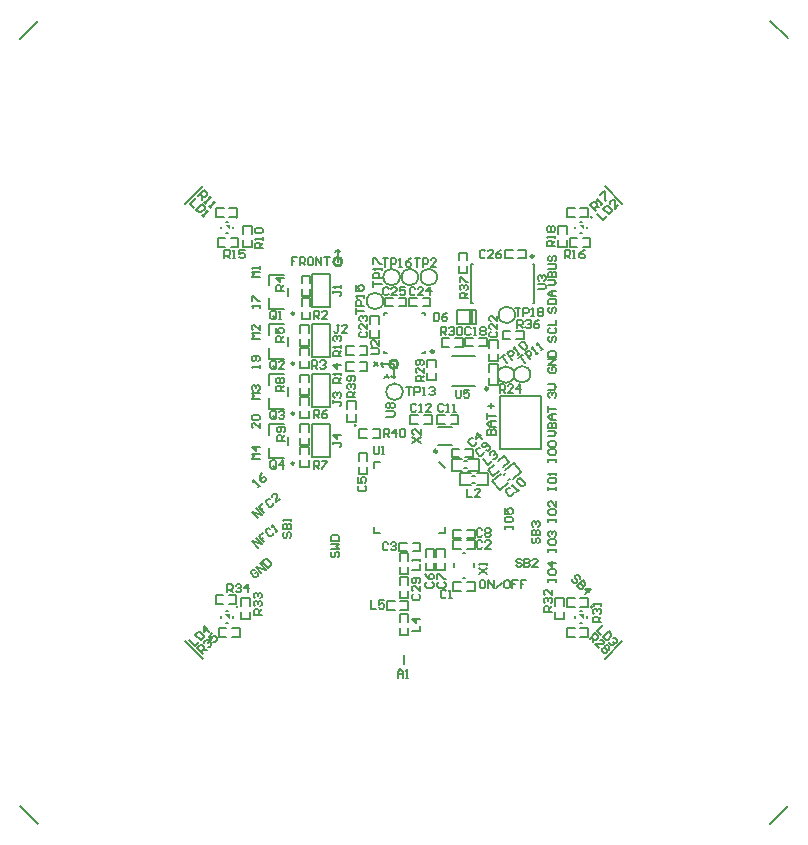
<source format=gto>
G04 Layer_Color=65535*
%FSLAX24Y24*%
%MOIN*%
G70*
G01*
G75*
%ADD10C,0.0060*%
%ADD42C,0.0100*%
%ADD71C,0.0098*%
%ADD72C,0.0059*%
%ADD73C,0.0079*%
%ADD74R,0.0106X0.0331*%
G36*
X11319Y-648D02*
X11163Y-492D01*
X11319D01*
Y-648D01*
D02*
G37*
G36*
X-492D02*
X-648Y-492D01*
X-492D01*
Y-648D01*
D02*
G37*
G36*
X11319Y12344D02*
X11163Y12500D01*
X11319D01*
Y12344D01*
D02*
G37*
G36*
X-492D02*
X-648Y12500D01*
X-492D01*
Y12344D01*
D02*
G37*
D10*
X-228Y12744D02*
G03*
X-228Y12744I-25J0D01*
G01*
X11583D02*
G03*
X11583Y12744I-25J0D01*
G01*
X-228Y-248D02*
G03*
X-228Y-248I-25J0D01*
G01*
X11583D02*
G03*
X11583Y-248I-25J0D01*
G01*
X7661Y1077D02*
Y1203D01*
X7291Y1565D02*
X7339D01*
X6969Y1077D02*
Y1203D01*
X7291Y715D02*
X7339D01*
X8100Y3819D02*
X8100Y4213D01*
X7175D02*
X7175Y3819D01*
X7736D02*
X8100D01*
X7175D02*
X7539D01*
X7736Y4213D02*
X8100D01*
X7175D02*
X7539D01*
X8105Y4327D02*
X8301Y4491D01*
X8451Y4618D02*
X8647Y4782D01*
X8282Y4116D02*
X8478Y4280D01*
X8629Y4407D02*
X8825Y4571D01*
X8647Y4782D02*
X8825Y4571D01*
X8105Y4327D02*
X8282Y4116D01*
X8259Y3948D02*
X8538Y4182D01*
X8689Y4309D02*
X8968Y4543D01*
X8512Y3646D02*
X8791Y3880D01*
X8942Y4007D02*
X9221Y4241D01*
X8968Y4543D02*
X9221Y4241D01*
X8259Y3948D02*
X8512Y3646D01*
X7362Y8445D02*
Y8720D01*
X8071Y8445D02*
Y8720D01*
X7815Y8445D02*
X8071D01*
X7362D02*
X7618D01*
X7815Y8720D02*
X8071D01*
X7362D02*
X7618D01*
X2264Y4750D02*
X2864D01*
Y5850D01*
X2264D02*
X2864D01*
X2264Y4750D02*
Y5850D01*
X9882Y5020D02*
Y5906D01*
X8504Y5020D02*
X9882D01*
X8504D02*
Y6791D01*
X9882D01*
Y5906D02*
Y6791D01*
X7136Y10876D02*
Y11122D01*
Y11319D02*
Y11565D01*
X7431Y10876D02*
Y11122D01*
Y11319D02*
Y11565D01*
X7136D02*
X7431D01*
X7136Y10876D02*
X7431D01*
X3829Y5679D02*
X4075D01*
X4272D02*
X4518D01*
X3829Y5384D02*
X4075D01*
X4272D02*
X4518D01*
Y5679D01*
X3829Y5384D02*
Y5679D01*
X3720Y6368D02*
Y6614D01*
Y5925D02*
Y6171D01*
X3425Y6368D02*
Y6614D01*
Y5925D02*
Y6171D01*
Y5925D02*
X3720D01*
X3425Y6614D02*
X3720D01*
X8616Y8968D02*
X8862D01*
X9058D02*
X9304D01*
X8616Y8672D02*
X8862D01*
X9058D02*
X9304D01*
Y8968D01*
X8616Y8672D02*
Y8968D01*
X-848Y-952D02*
X-602D01*
X-405D02*
X-159D01*
X-848Y-1248D02*
X-602D01*
X-405D02*
X-159D01*
Y-952D01*
X-848Y-1248D02*
Y-952D01*
X-964Y148D02*
X-718D01*
X-522D02*
X-276D01*
X-964Y-148D02*
X-718D01*
X-522D02*
X-276D01*
Y148D01*
X-964Y-148D02*
Y148D01*
X-128Y-644D02*
Y-398D01*
Y-202D02*
Y44D01*
X168Y-644D02*
Y-398D01*
Y-202D02*
Y44D01*
X-128D02*
X168D01*
X-128Y-644D02*
X168D01*
X10352D02*
Y-398D01*
Y-202D02*
Y44D01*
X10648Y-644D02*
Y-398D01*
Y-202D02*
Y44D01*
X10352D02*
X10648D01*
X10352Y-644D02*
X10648D01*
X10756Y48D02*
X11002D01*
X11198D02*
X11444D01*
X10756Y-248D02*
X11002D01*
X11198D02*
X11444D01*
Y48D01*
X10756Y-248D02*
Y48D01*
X7028Y8435D02*
X7274D01*
X6585D02*
X6831D01*
X7028Y8730D02*
X7274D01*
X6585D02*
X6831D01*
X6585Y8435D02*
Y8730D01*
X7274Y8435D02*
Y8730D01*
X6378Y7756D02*
Y8002D01*
Y7313D02*
Y7559D01*
X6083Y7756D02*
Y8002D01*
Y7313D02*
Y7559D01*
Y7313D02*
X6378D01*
X6083Y8002D02*
X6378D01*
X11198Y-1248D02*
X11444D01*
X10756D02*
X11002D01*
X11198Y-952D02*
X11444D01*
X10756D02*
X11002D01*
X10756Y-1248D02*
Y-952D01*
X11444Y-1248D02*
Y-952D01*
X8152Y7156D02*
Y7402D01*
Y7598D02*
Y7844D01*
X8448Y7156D02*
Y7402D01*
Y7598D02*
Y7844D01*
X8152D02*
X8448D01*
X8152Y7156D02*
X8448D01*
X10748Y12198D02*
Y12444D01*
Y11756D02*
Y12002D01*
X10452Y12198D02*
Y12444D01*
Y11756D02*
Y12002D01*
Y11756D02*
X10748D01*
X10452Y12444D02*
X10748D01*
X11198Y12752D02*
X11444D01*
X10756D02*
X11002D01*
X11198Y13048D02*
X11444D01*
X10756D02*
X11002D01*
X10756Y12752D02*
Y13048D01*
X11444Y12752D02*
Y13048D01*
X11278Y11752D02*
X11524D01*
X10836D02*
X11082D01*
X11278Y12048D02*
X11524D01*
X10836D02*
X11082D01*
X10836Y11752D02*
Y12048D01*
X11524Y11752D02*
Y12048D01*
X-894D02*
X-648D01*
X-452D02*
X-206D01*
X-894Y11752D02*
X-648D01*
X-452D02*
X-206D01*
Y12048D01*
X-894Y11752D02*
Y12048D01*
X3396Y7904D02*
X3642D01*
X3839D02*
X4085D01*
X3396Y7608D02*
X3642D01*
X3839D02*
X4085D01*
Y7904D01*
X3396Y7608D02*
Y7904D01*
Y8455D02*
X3642D01*
X3839D02*
X4085D01*
X3396Y8159D02*
X3642D01*
X3839D02*
X4085D01*
Y8455D01*
X3396Y8159D02*
Y8455D01*
X-944Y13048D02*
X-698D01*
X-502D02*
X-256D01*
X-944Y12752D02*
X-698D01*
X-502D02*
X-256D01*
Y13048D01*
X-944Y12752D02*
Y13048D01*
X248Y12198D02*
Y12444D01*
Y11756D02*
Y12002D01*
X-48Y12198D02*
Y12444D01*
Y11756D02*
Y12002D01*
Y11756D02*
X248D01*
X-48Y12444D02*
X248D01*
X1852Y5156D02*
Y5402D01*
Y5598D02*
Y5844D01*
X2148Y5156D02*
Y5402D01*
Y5598D02*
Y5844D01*
X1852D02*
X2148D01*
X1852Y5156D02*
X2148D01*
X1852Y6806D02*
Y7052D01*
Y7248D02*
Y7494D01*
X2148Y6806D02*
Y7052D01*
Y7248D02*
Y7494D01*
X1852D02*
X2148D01*
X1852Y6806D02*
X2148D01*
Y4848D02*
Y5094D01*
Y4406D02*
Y4652D01*
X1852Y4848D02*
Y5094D01*
Y4406D02*
Y4652D01*
Y4406D02*
X2148D01*
X1852Y5094D02*
X2148D01*
Y6498D02*
Y6744D01*
Y6056D02*
Y6302D01*
X1852Y6498D02*
Y6744D01*
Y6056D02*
Y6302D01*
Y6056D02*
X2148D01*
X1852Y6744D02*
X2148D01*
X1852Y8456D02*
Y8702D01*
Y8898D02*
Y9144D01*
X2148Y8456D02*
Y8702D01*
Y8898D02*
Y9144D01*
X1852D02*
X2148D01*
X1852Y8456D02*
X2148D01*
X1902Y10106D02*
Y10352D01*
Y10548D02*
Y10794D01*
X2198Y10106D02*
Y10352D01*
Y10548D02*
Y10794D01*
X1902D02*
X2198D01*
X1902Y10106D02*
X2198D01*
X2148Y8148D02*
Y8394D01*
Y7706D02*
Y7952D01*
X1852Y8148D02*
Y8394D01*
Y7706D02*
Y7952D01*
Y7706D02*
X2148D01*
X1852Y8394D02*
X2148D01*
X2198Y9798D02*
Y10044D01*
Y9356D02*
Y9602D01*
X1902Y9798D02*
Y10044D01*
Y9356D02*
Y9602D01*
Y9356D02*
X2198D01*
X1902Y10044D02*
X2198D01*
X2264Y6417D02*
X2864D01*
Y7517D01*
X2264D02*
X2864D01*
X2264Y6417D02*
Y7517D01*
Y8083D02*
X2864D01*
Y9183D01*
X2264D02*
X2864D01*
X2264Y8083D02*
Y9183D01*
Y9750D02*
X2864D01*
Y10850D01*
X2264D02*
X2864D01*
X2264Y9750D02*
Y10850D01*
X-7480Y-6890D02*
X-6890Y-7480D01*
X-7480Y18701D02*
X-6890Y19291D01*
X-7480Y18701D02*
Y18701D01*
X17520Y-7480D02*
X18110Y-6890D01*
X17520Y19291D02*
X18101Y18710D01*
X18110D01*
X12008Y13780D02*
X12598Y13189D01*
X-1969Y13189D02*
X-1378Y13780D01*
X-1969Y13189D02*
Y13189D01*
Y-1378D02*
X-1378Y-1969D01*
X12008D02*
X12598Y-1378D01*
X4970Y7372D02*
Y7844D01*
X4892Y7451D02*
X4970Y7372D01*
X5049Y7451D01*
X4537Y7844D02*
X4616Y7766D01*
X4537Y7844D02*
X4616Y7923D01*
X4537Y7844D02*
X4970D01*
X4321Y7904D02*
X4439Y7785D01*
X4321D02*
X4439Y7904D01*
X4734Y7451D02*
X4813Y7372D01*
X4734Y7451D02*
Y7451D01*
X4656Y7372D02*
X4734Y7451D01*
Y7530D01*
X3110Y11654D02*
X3189Y11575D01*
X3110Y11260D02*
Y11535D01*
Y11654D01*
X3031Y11575D02*
X3110Y11654D01*
X6961Y302D02*
Y578D01*
X7669Y302D02*
Y578D01*
X7413Y302D02*
X7669D01*
X6961D02*
X7217D01*
X7413Y578D02*
X7669D01*
X6961D02*
X7217D01*
X7669Y1702D02*
Y1978D01*
X6961Y1702D02*
Y1978D01*
X7217D01*
X7413D02*
X7669D01*
X6961Y1702D02*
X7217D01*
X7413D02*
X7669D01*
X5151Y1622D02*
Y1898D01*
X5859Y1622D02*
Y1898D01*
X5603Y1622D02*
X5859D01*
X5151D02*
X5407D01*
X5603Y1898D02*
X5859D01*
X5151D02*
X5407D01*
X7608Y4754D02*
Y5030D01*
X6900Y4754D02*
Y5030D01*
X7155D01*
X7352D02*
X7608D01*
X6900Y4754D02*
X7155D01*
X7352D02*
X7608D01*
X3799Y4882D02*
X4075D01*
X3799Y4173D02*
X4075D01*
X3799D02*
Y4429D01*
Y4626D02*
Y4882D01*
X4075Y4173D02*
Y4429D01*
Y4626D02*
Y4882D01*
X6047Y1684D02*
X6323D01*
X6047Y976D02*
X6323D01*
X6047D02*
Y1232D01*
Y1428D02*
Y1684D01*
X6323Y976D02*
Y1232D01*
Y1428D02*
Y1684D01*
X6397Y976D02*
X6673D01*
X6397Y1684D02*
X6673D01*
Y1428D02*
Y1684D01*
Y976D02*
Y1232D01*
X6397Y1428D02*
Y1684D01*
Y976D02*
Y1232D01*
X7669Y2052D02*
Y2328D01*
X6961Y2052D02*
Y2328D01*
X7217D01*
X7413D02*
X7669D01*
X6961Y2052D02*
X7217D01*
X7413D02*
X7669D01*
X7461Y4291D02*
X7825D01*
X6900D02*
X7264D01*
X7461Y4685D02*
X7825D01*
X6900D02*
X7264D01*
X6900Y4291D02*
Y4685D01*
X7825Y4291D02*
Y4685D01*
X6417Y5866D02*
Y6142D01*
X7126Y5866D02*
Y6142D01*
X6870Y5866D02*
X7126D01*
X6417D02*
X6673D01*
X6870Y6142D02*
X7126D01*
X6417D02*
X6673D01*
X6240Y5866D02*
Y6142D01*
X5531Y5866D02*
Y6142D01*
X5787D01*
X5984D02*
X6240D01*
X5531Y5866D02*
X5787D01*
X5984D02*
X6240D01*
X8162Y7936D02*
X8438D01*
X8162Y8644D02*
X8438D01*
Y8388D02*
Y8644D01*
Y7936D02*
Y8192D01*
X8162Y8388D02*
Y8644D01*
Y7936D02*
Y8192D01*
X4193Y9439D02*
X4469D01*
X4193Y8730D02*
X4469D01*
X4193D02*
Y8986D01*
Y9183D02*
Y9439D01*
X4469Y8730D02*
Y8986D01*
Y9183D02*
Y9439D01*
X6196Y9783D02*
Y10059D01*
X5487Y9783D02*
Y10059D01*
X5743D01*
X5940D02*
X6196D01*
X5487Y9783D02*
X5743D01*
X5940D02*
X6196D01*
X5394Y9783D02*
Y10059D01*
X4685Y9783D02*
Y10059D01*
X4941D01*
X5138D02*
X5394D01*
X4685Y9783D02*
X4941D01*
X5138D02*
X5394D01*
X8676Y11382D02*
Y11658D01*
X9384Y11382D02*
Y11658D01*
X9128Y11382D02*
X9384D01*
X8676D02*
X8932D01*
X9128Y11658D02*
X9384D01*
X8676D02*
X8932D01*
X5167Y46D02*
X5443D01*
X5167Y754D02*
X5443D01*
Y498D02*
Y754D01*
Y46D02*
Y302D01*
X5167Y498D02*
Y754D01*
Y46D02*
Y302D01*
Y846D02*
Y1102D01*
Y1298D02*
Y1554D01*
X5443Y846D02*
Y1102D01*
Y1298D02*
Y1554D01*
X5167D02*
X5443D01*
X5167Y846D02*
X5443D01*
X5167Y-1194D02*
Y-938D01*
Y-741D02*
Y-485D01*
X5443Y-1194D02*
Y-938D01*
Y-741D02*
Y-485D01*
X5167D02*
X5443D01*
X5167Y-1194D02*
X5443D01*
X5198Y-338D02*
X5454D01*
X4746D02*
X5002D01*
X5198Y-62D02*
X5454D01*
X4746D02*
X5002D01*
X4746Y-338D02*
Y-62D01*
X5454Y-338D02*
Y-62D01*
X7047Y7002D02*
Y6777D01*
X7092Y6732D01*
X7182D01*
X7227Y6777D01*
Y7002D01*
X7497D02*
X7317D01*
Y6867D01*
X7407Y6912D01*
X7452D01*
X7497Y6867D01*
Y6777D01*
X7452Y6732D01*
X7362D01*
X7317Y6777D01*
X9235Y1318D02*
X9190Y1363D01*
X9100D01*
X9055Y1318D01*
Y1273D01*
X9100Y1228D01*
X9190D01*
X9235Y1183D01*
Y1138D01*
X9190Y1093D01*
X9100D01*
X9055Y1138D01*
X9325Y1363D02*
Y1093D01*
X9460D01*
X9505Y1138D01*
Y1183D01*
X9460Y1228D01*
X9325D01*
X9460D01*
X9505Y1273D01*
Y1318D01*
X9460Y1363D01*
X9325D01*
X9775Y1093D02*
X9595D01*
X9775Y1273D01*
Y1318D01*
X9730Y1363D01*
X9640D01*
X9595Y1318D01*
X4218Y8189D02*
X4443D01*
X4488Y8234D01*
Y8324D01*
X4443Y8369D01*
X4218D01*
X4488Y8639D02*
Y8459D01*
X4308Y8639D01*
X4263D01*
X4218Y8594D01*
Y8504D01*
X4263Y8459D01*
X6299Y9561D02*
Y9291D01*
X6434D01*
X6479Y9336D01*
Y9516D01*
X6434Y9561D01*
X6299D01*
X6749D02*
X6659Y9516D01*
X6569Y9426D01*
Y9336D01*
X6614Y9291D01*
X6704D01*
X6749Y9336D01*
Y9381D01*
X6704Y9426D01*
X6569D01*
X2925Y1597D02*
X2880Y1552D01*
Y1462D01*
X2925Y1417D01*
X2970D01*
X3015Y1462D01*
Y1552D01*
X3060Y1597D01*
X3105D01*
X3150Y1552D01*
Y1462D01*
X3105Y1417D01*
X2880Y1687D02*
X3150D01*
X3060Y1777D01*
X3150Y1867D01*
X2880D01*
Y1957D02*
X3150D01*
Y2092D01*
X3105Y2137D01*
X2925D01*
X2880Y2092D01*
Y1957D01*
X4730Y6102D02*
X4955D01*
X5000Y6147D01*
Y6237D01*
X4955Y6282D01*
X4730D01*
X4775Y6372D02*
X4730Y6417D01*
Y6507D01*
X4775Y6552D01*
X4820D01*
X4865Y6507D01*
X4910Y6552D01*
X4955D01*
X5000Y6507D01*
Y6417D01*
X4955Y6372D01*
X4910D01*
X4865Y6417D01*
X4820Y6372D01*
X4775D01*
X4865Y6417D02*
Y6507D01*
X5100Y-2600D02*
Y-2420D01*
X5190Y-2330D01*
X5280Y-2420D01*
Y-2600D01*
Y-2465D01*
X5100D01*
X5370Y-2600D02*
X5460D01*
X5415D01*
Y-2330D01*
X5370Y-2375D01*
X5596Y5226D02*
X5866Y5406D01*
X5596D02*
X5866Y5226D01*
Y5676D02*
Y5496D01*
X5686Y5676D01*
X5641D01*
X5596Y5631D01*
Y5541D01*
X5641Y5496D01*
X4300Y5120D02*
Y4895D01*
X4345Y4850D01*
X4435D01*
X4480Y4895D01*
Y5120D01*
X4570Y4850D02*
X4660D01*
X4615D01*
Y5120D01*
X4570Y5075D01*
X7801Y866D02*
X8071Y1046D01*
X7801D02*
X8071Y866D01*
Y1136D02*
Y1226D01*
Y1181D01*
X7801D01*
X7846Y1136D01*
X7409Y3695D02*
Y3425D01*
X7589D01*
X7859D02*
X7679D01*
X7859Y3605D01*
Y3650D01*
X7814Y3695D01*
X7724D01*
X7679Y3650D01*
X7937Y4695D02*
X8110Y4488D01*
X8248Y4604D01*
X8172Y4834D02*
X8178Y4897D01*
X8247Y4955D01*
X8310Y4950D01*
X8339Y4915D01*
X8334Y4852D01*
X8299Y4823D01*
X8334Y4852D01*
X8397Y4846D01*
X8426Y4812D01*
X8420Y4748D01*
X8351Y4691D01*
X8288Y4696D01*
X8852Y3713D02*
X8788Y3719D01*
X8719Y3661D01*
X8714Y3598D01*
X8829Y3460D01*
X8893Y3454D01*
X8962Y3512D01*
X8967Y3575D01*
X9065Y3599D02*
X9134Y3657D01*
X9099Y3628D01*
X8926Y3834D01*
X8920Y3771D01*
X9093Y3916D02*
X9098Y3979D01*
X9167Y4037D01*
X9231Y4031D01*
X9346Y3893D01*
X9341Y3830D01*
X9272Y3772D01*
X9208Y3778D01*
X9093Y3916D01*
X-1620Y13380D02*
X-1811Y13189D01*
X-1684Y13062D01*
X-1429Y13189D02*
X-1620Y12998D01*
X-1525Y12903D01*
X-1461D01*
X-1334Y13030D01*
Y13094D01*
X-1429Y13189D01*
Y12807D02*
X-1366Y12744D01*
X-1398Y12775D01*
X-1207Y12966D01*
X-1270D01*
X7542Y9044D02*
X7497Y9089D01*
X7407D01*
X7362Y9044D01*
Y8864D01*
X7407Y8819D01*
X7497D01*
X7542Y8864D01*
X7632Y8819D02*
X7722D01*
X7677D01*
Y9089D01*
X7632Y9044D01*
X7857D02*
X7902Y9089D01*
X7992D01*
X8037Y9044D01*
Y8999D01*
X7992Y8954D01*
X8037Y8909D01*
Y8864D01*
X7992Y8819D01*
X7902D01*
X7857Y8864D01*
Y8909D01*
X7902Y8954D01*
X7857Y8999D01*
Y9044D01*
X7902Y8954D02*
X7992D01*
X1044Y4412D02*
Y4592D01*
X999Y4637D01*
X909D01*
X864Y4592D01*
Y4412D01*
X909Y4367D01*
X999D01*
X954Y4457D02*
X1044Y4367D01*
X999D02*
X1044Y4412D01*
X1269Y4367D02*
Y4637D01*
X1134Y4502D01*
X1314D01*
X9769Y10354D02*
X9994D01*
X10039Y10399D01*
Y10489D01*
X9994Y10534D01*
X9769D01*
X9814Y10624D02*
X9769Y10669D01*
Y10759D01*
X9814Y10804D01*
X9859D01*
X9904Y10759D01*
Y10714D01*
Y10759D01*
X9949Y10804D01*
X9994D01*
X10039Y10759D01*
Y10669D01*
X9994Y10624D01*
X2950Y5259D02*
Y5169D01*
Y5214D01*
X3175D01*
X3220Y5169D01*
Y5124D01*
X3175Y5079D01*
X3220Y5484D02*
X2950D01*
X3085Y5349D01*
Y5529D01*
X4297Y10433D02*
Y10613D01*
Y10523D01*
X4567D01*
Y10703D02*
X4297D01*
Y10838D01*
X4342Y10883D01*
X4432D01*
X4477Y10838D01*
Y10703D01*
X4567Y10973D02*
Y11063D01*
Y11018D01*
X4297D01*
X4342Y10973D01*
X4297Y11198D02*
Y11378D01*
X4342D01*
X4522Y11198D01*
X4567D01*
X8096Y5492D02*
X8366D01*
Y5627D01*
X8321Y5672D01*
X8276D01*
X8231Y5627D01*
Y5492D01*
Y5627D01*
X8186Y5672D01*
X8141D01*
X8096Y5627D01*
Y5492D01*
X8366Y5762D02*
X8186D01*
X8096Y5852D01*
X8186Y5942D01*
X8366D01*
X8231D01*
Y5762D01*
X8096Y6032D02*
Y6212D01*
Y6122D01*
X8366D01*
X7441Y10039D02*
X7171D01*
Y10174D01*
X7216Y10219D01*
X7306D01*
X7351Y10174D01*
Y10039D01*
Y10129D02*
X7441Y10219D01*
X7216Y10309D02*
X7171Y10354D01*
Y10444D01*
X7216Y10489D01*
X7261D01*
X7306Y10444D01*
Y10399D01*
Y10444D01*
X7351Y10489D01*
X7396D01*
X7441Y10444D01*
Y10354D01*
X7396Y10309D01*
X7171Y10579D02*
Y10759D01*
X7216D01*
X7396Y10579D01*
X7441D01*
X4606Y11372D02*
X4786D01*
X4696D01*
Y11102D01*
X4876D02*
Y11372D01*
X5011D01*
X5056Y11327D01*
Y11237D01*
X5011Y11192D01*
X4876D01*
X5146Y11102D02*
X5236D01*
X5191D01*
Y11372D01*
X5146Y11327D01*
X5551Y11372D02*
X5461Y11327D01*
X5371Y11237D01*
Y11147D01*
X5416Y11102D01*
X5506D01*
X5551Y11147D01*
Y11192D01*
X5506Y11237D01*
X5371D01*
X5669Y11372D02*
X5849D01*
X5759D01*
Y11102D01*
X5939D02*
Y11372D01*
X6074D01*
X6119Y11327D01*
Y11237D01*
X6074Y11192D01*
X5939D01*
X6389Y11102D02*
X6209D01*
X6389Y11282D01*
Y11327D01*
X6344Y11372D01*
X6254D01*
X6209Y11327D01*
X9016Y9719D02*
X9196D01*
X9106D01*
Y9449D01*
X9286D02*
Y9719D01*
X9421D01*
X9466Y9674D01*
Y9584D01*
X9421Y9539D01*
X9286D01*
X9556Y9449D02*
X9646D01*
X9601D01*
Y9719D01*
X9556Y9674D01*
X9780D02*
X9825Y9719D01*
X9915D01*
X9960Y9674D01*
Y9629D01*
X9915Y9584D01*
X9960Y9539D01*
Y9494D01*
X9915Y9449D01*
X9825D01*
X9780Y9494D01*
Y9539D01*
X9825Y9584D01*
X9780Y9629D01*
Y9674D01*
X9825Y9584D02*
X9915D01*
X9094Y9055D02*
Y9325D01*
X9229D01*
X9274Y9280D01*
Y9190D01*
X9229Y9145D01*
X9094D01*
X9184D02*
X9274Y9055D01*
X9364Y9280D02*
X9409Y9325D01*
X9499D01*
X9544Y9280D01*
Y9235D01*
X9499Y9190D01*
X9454D01*
X9499D01*
X9544Y9145D01*
Y9100D01*
X9499Y9055D01*
X9409D01*
X9364Y9100D01*
X9814Y9325D02*
X9724Y9280D01*
X9634Y9190D01*
Y9100D01*
X9679Y9055D01*
X9769D01*
X9814Y9100D01*
Y9145D01*
X9769Y9190D01*
X9634D01*
X3706Y9528D02*
Y9707D01*
Y9618D01*
X3976D01*
Y9797D02*
X3706D01*
Y9932D01*
X3751Y9977D01*
X3841D01*
X3886Y9932D01*
Y9797D01*
X3976Y10067D02*
Y10157D01*
Y10112D01*
X3706D01*
X3751Y10067D01*
X3706Y10472D02*
Y10292D01*
X3841D01*
X3796Y10382D01*
Y10427D01*
X3841Y10472D01*
X3931D01*
X3976Y10427D01*
Y10337D01*
X3931Y10292D01*
X5394Y7090D02*
X5574D01*
X5484D01*
Y6820D01*
X5664D02*
Y7090D01*
X5799D01*
X5844Y7045D01*
Y6955D01*
X5799Y6910D01*
X5664D01*
X5934Y6820D02*
X6023D01*
X5979D01*
Y7090D01*
X5934Y7045D01*
X6158D02*
X6203Y7090D01*
X6293D01*
X6338Y7045D01*
Y7000D01*
X6293Y6955D01*
X6248D01*
X6293D01*
X6338Y6910D01*
Y6865D01*
X6293Y6820D01*
X6203D01*
X6158Y6865D01*
X9125Y8052D02*
X9267Y8163D01*
X9196Y8107D01*
X9362Y7895D01*
X9504Y8006D02*
X9338Y8218D01*
X9444Y8301D01*
X9507Y8294D01*
X9563Y8223D01*
X9555Y8160D01*
X9449Y8076D01*
X9717Y8172D02*
X9787Y8227D01*
X9752Y8200D01*
X9586Y8412D01*
X9578Y8349D01*
X9894Y8310D02*
X9965Y8366D01*
X9929Y8338D01*
X9763Y8551D01*
X9755Y8488D01*
X8526Y8055D02*
X8670Y8163D01*
X8598Y8109D01*
X8761Y7894D01*
X8905Y8002D02*
X8742Y8217D01*
X8849Y8299D01*
X8912Y8290D01*
X8967Y8218D01*
X8958Y8155D01*
X8850Y8074D01*
X9120Y8165D02*
X9192Y8220D01*
X9156Y8192D01*
X8993Y8408D01*
X8984Y8345D01*
X9163Y8480D02*
X9172Y8543D01*
X9244Y8598D01*
X9307Y8589D01*
X9415Y8445D01*
X9407Y8382D01*
X9335Y8328D01*
X9272Y8337D01*
X9163Y8480D01*
X3228Y7205D02*
X2958D01*
Y7340D01*
X3003Y7385D01*
X3093D01*
X3138Y7340D01*
Y7205D01*
Y7295D02*
X3228Y7385D01*
Y7475D02*
Y7565D01*
Y7520D01*
X2958D01*
X3003Y7475D01*
X3228Y7835D02*
X2958D01*
X3093Y7700D01*
Y7880D01*
X3228Y8110D02*
X2958D01*
Y8245D01*
X3003Y8290D01*
X3093D01*
X3138Y8245D01*
Y8110D01*
Y8200D02*
X3228Y8290D01*
Y8380D02*
Y8470D01*
Y8425D01*
X2958D01*
X3003Y8380D01*
Y8605D02*
X2958Y8650D01*
Y8740D01*
X3003Y8785D01*
X3048D01*
X3093Y8740D01*
Y8695D01*
Y8740D01*
X3138Y8785D01*
X3183D01*
X3228Y8740D01*
Y8650D01*
X3183Y8605D01*
X2958Y6637D02*
Y6547D01*
Y6592D01*
X3183D01*
X3228Y6547D01*
Y6502D01*
X3183Y6457D01*
X3003Y6727D02*
X2958Y6772D01*
Y6862D01*
X3003Y6907D01*
X3048D01*
X3093Y6862D01*
Y6817D01*
Y6862D01*
X3138Y6907D01*
X3183D01*
X3228Y6862D01*
Y6772D01*
X3183Y6727D01*
X3160Y9168D02*
X3070D01*
X3115D01*
Y8943D01*
X3070Y8898D01*
X3025D01*
X2980Y8943D01*
X3430Y8898D02*
X3250D01*
X3430Y9078D01*
Y9123D01*
X3385Y9168D01*
X3295D01*
X3250Y9123D01*
X2958Y10298D02*
Y10208D01*
Y10253D01*
X3183D01*
X3228Y10208D01*
Y10163D01*
X3183Y10118D01*
X3228Y10388D02*
Y10478D01*
Y10433D01*
X2958D01*
X3003Y10388D01*
X1044Y6074D02*
Y6254D01*
X999Y6299D01*
X909D01*
X864Y6254D01*
Y6074D01*
X909Y6029D01*
X999D01*
X954Y6119D02*
X1044Y6029D01*
X999D02*
X1044Y6074D01*
X1134Y6254D02*
X1179Y6299D01*
X1269D01*
X1314Y6254D01*
Y6209D01*
X1269Y6164D01*
X1224D01*
X1269D01*
X1314Y6119D01*
Y6074D01*
X1269Y6029D01*
X1179D01*
X1134Y6074D01*
X1044Y7737D02*
Y7917D01*
X999Y7962D01*
X909D01*
X864Y7917D01*
Y7737D01*
X909Y7692D01*
X999D01*
X954Y7782D02*
X1044Y7692D01*
X999D02*
X1044Y7737D01*
X1314Y7692D02*
X1134D01*
X1314Y7872D01*
Y7917D01*
X1269Y7962D01*
X1179D01*
X1134Y7917D01*
X1044Y9399D02*
Y9579D01*
X999Y9624D01*
X909D01*
X864Y9579D01*
Y9399D01*
X909Y9354D01*
X999D01*
X954Y9444D02*
X1044Y9354D01*
X999D02*
X1044Y9399D01*
X1134Y9354D02*
X1224D01*
X1179D01*
Y9624D01*
X1134Y9579D01*
X8200Y8920D02*
X8155Y8875D01*
Y8785D01*
X8200Y8740D01*
X8380D01*
X8425Y8785D01*
Y8875D01*
X8380Y8920D01*
X8425Y9190D02*
Y9010D01*
X8245Y9190D01*
X8200D01*
X8155Y9145D01*
Y9055D01*
X8200Y9010D01*
X8425Y9460D02*
Y9280D01*
X8245Y9460D01*
X8200D01*
X8155Y9415D01*
Y9325D01*
X8200Y9280D01*
X11759Y12841D02*
X11950Y12650D01*
X12077Y12777D01*
X11950Y13032D02*
X12141Y12841D01*
X12236Y12936D01*
Y13000D01*
X12109Y13127D01*
X12045D01*
X11950Y13032D01*
X12459Y13159D02*
X12332Y13032D01*
Y13286D01*
X12300Y13318D01*
X12236D01*
X12173Y13254D01*
Y13191D01*
X2300Y9350D02*
Y9620D01*
X2435D01*
X2480Y9575D01*
Y9485D01*
X2435Y9440D01*
X2300D01*
X2390D02*
X2480Y9350D01*
X2750D02*
X2570D01*
X2750Y9530D01*
Y9575D01*
X2705Y9620D01*
X2615D01*
X2570Y9575D01*
X2250Y7700D02*
Y7970D01*
X2385D01*
X2430Y7925D01*
Y7835D01*
X2385Y7790D01*
X2250D01*
X2340D02*
X2430Y7700D01*
X2520Y7925D02*
X2565Y7970D01*
X2655D01*
X2700Y7925D01*
Y7880D01*
X2655Y7835D01*
X2610D01*
X2655D01*
X2700Y7790D01*
Y7745D01*
X2655Y7700D01*
X2565D01*
X2520Y7745D01*
X1309Y10300D02*
X1039D01*
Y10435D01*
X1084Y10480D01*
X1174D01*
X1219Y10435D01*
Y10300D01*
Y10390D02*
X1309Y10480D01*
Y10705D02*
X1039D01*
X1174Y10570D01*
Y10750D01*
X1309Y8600D02*
X1039D01*
Y8735D01*
X1084Y8780D01*
X1174D01*
X1219Y8735D01*
Y8600D01*
Y8690D02*
X1309Y8780D01*
X1039Y9050D02*
Y8870D01*
X1174D01*
X1129Y8960D01*
Y9005D01*
X1174Y9050D01*
X1264D01*
X1309Y9005D01*
Y8915D01*
X1264Y8870D01*
X2300Y6050D02*
Y6320D01*
X2435D01*
X2480Y6275D01*
Y6185D01*
X2435Y6140D01*
X2300D01*
X2390D02*
X2480Y6050D01*
X2750Y6320D02*
X2660Y6275D01*
X2570Y6185D01*
Y6095D01*
X2615Y6050D01*
X2705D01*
X2750Y6095D01*
Y6140D01*
X2705Y6185D01*
X2570D01*
X2300Y4350D02*
Y4620D01*
X2435D01*
X2480Y4575D01*
Y4485D01*
X2435Y4440D01*
X2300D01*
X2390D02*
X2480Y4350D01*
X2570Y4620D02*
X2750D01*
Y4575D01*
X2570Y4395D01*
Y4350D01*
X1316Y6950D02*
X1046D01*
Y7085D01*
X1091Y7130D01*
X1181D01*
X1226Y7085D01*
Y6950D01*
Y7040D02*
X1316Y7130D01*
X1091Y7220D02*
X1046Y7265D01*
Y7355D01*
X1091Y7400D01*
X1136D01*
X1181Y7355D01*
X1226Y7400D01*
X1271D01*
X1316Y7355D01*
Y7265D01*
X1271Y7220D01*
X1226D01*
X1181Y7265D01*
X1136Y7220D01*
X1091D01*
X1181Y7265D02*
Y7355D01*
X1350Y5300D02*
X1080D01*
Y5435D01*
X1125Y5480D01*
X1215D01*
X1260Y5435D01*
Y5300D01*
Y5390D02*
X1350Y5480D01*
X1305Y5570D02*
X1350Y5615D01*
Y5705D01*
X1305Y5750D01*
X1125D01*
X1080Y5705D01*
Y5615D01*
X1125Y5570D01*
X1170D01*
X1215Y5615D01*
Y5750D01*
X610Y11710D02*
X340D01*
Y11845D01*
X385Y11890D01*
X475D01*
X520Y11845D01*
Y11710D01*
Y11800D02*
X610Y11890D01*
Y11980D02*
Y12070D01*
Y12025D01*
X340D01*
X385Y11980D01*
Y12205D02*
X340Y12250D01*
Y12340D01*
X385Y12385D01*
X565D01*
X610Y12340D01*
Y12250D01*
X565Y12205D01*
X385D01*
X-1545Y13455D02*
X-1354Y13645D01*
X-1259Y13550D01*
X-1259Y13486D01*
X-1323Y13423D01*
X-1386Y13423D01*
X-1482Y13518D01*
X-1418Y13455D02*
X-1418Y13327D01*
X-1355Y13264D02*
X-1291Y13200D01*
X-1323Y13232D01*
X-1132Y13422D01*
X-1195Y13423D01*
X-1196Y13104D02*
X-1132Y13041D01*
X-1164Y13073D01*
X-973Y13263D01*
X-1037Y13263D01*
X-669Y11378D02*
Y11648D01*
X-534D01*
X-489Y11603D01*
Y11513D01*
X-534Y11468D01*
X-669D01*
X-579D02*
X-489Y11378D01*
X-399D02*
X-309D01*
X-354D01*
Y11648D01*
X-399Y11603D01*
X5Y11648D02*
X-174D01*
Y11513D01*
X-84Y11558D01*
X-39D01*
X5Y11513D01*
Y11423D01*
X-39Y11378D01*
X-129D01*
X-174Y11423D01*
X10669Y11378D02*
Y11648D01*
X10804D01*
X10849Y11603D01*
Y11513D01*
X10804Y11468D01*
X10669D01*
X10759D02*
X10849Y11378D01*
X10939D02*
X11029D01*
X10984D01*
Y11648D01*
X10939Y11603D01*
X11344Y11648D02*
X11254Y11603D01*
X11164Y11513D01*
Y11423D01*
X11209Y11378D01*
X11299D01*
X11344Y11423D01*
Y11468D01*
X11299Y11513D01*
X11164D01*
X11700Y12950D02*
X11509Y13141D01*
X11605Y13236D01*
X11668D01*
X11732Y13173D01*
X11732Y13109D01*
X11636Y13014D01*
X11700Y13077D02*
X11827D01*
X11891Y13141D02*
X11954Y13204D01*
X11923Y13173D01*
X11732Y13364D01*
X11732Y13300D01*
X11859Y13491D02*
X11986Y13618D01*
X12018Y13586D01*
Y13332D01*
X12050Y13300D01*
X10354Y11772D02*
X10084D01*
Y11907D01*
X10129Y11952D01*
X10219D01*
X10264Y11907D01*
Y11772D01*
Y11862D02*
X10354Y11952D01*
Y12042D02*
Y12132D01*
Y12087D01*
X10084D01*
X10129Y12042D01*
Y12266D02*
X10084Y12311D01*
Y12401D01*
X10129Y12446D01*
X10174D01*
X10219Y12401D01*
X10264Y12446D01*
X10309D01*
X10354Y12401D01*
Y12311D01*
X10309Y12266D01*
X10264D01*
X10219Y12311D01*
X10174Y12266D01*
X10129D01*
X10219Y12311D02*
Y12401D01*
X8510Y6900D02*
Y7170D01*
X8645D01*
X8690Y7125D01*
Y7035D01*
X8645Y6990D01*
X8510D01*
X8600D02*
X8690Y6900D01*
X8960D02*
X8780D01*
X8960Y7080D01*
Y7125D01*
X8915Y7170D01*
X8825D01*
X8780Y7125D01*
X9185Y6900D02*
Y7170D01*
X9050Y7035D01*
X9230D01*
X5975Y7280D02*
X5705D01*
Y7415D01*
X5750Y7460D01*
X5840D01*
X5885Y7415D01*
Y7280D01*
Y7370D02*
X5975Y7460D01*
Y7730D02*
Y7550D01*
X5795Y7730D01*
X5750D01*
X5705Y7685D01*
Y7595D01*
X5750Y7550D01*
X5930Y7820D02*
X5975Y7865D01*
Y7955D01*
X5930Y8000D01*
X5750D01*
X5705Y7955D01*
Y7865D01*
X5750Y7820D01*
X5795D01*
X5840Y7865D01*
Y8000D01*
X6535Y8819D02*
Y9089D01*
X6670D01*
X6715Y9044D01*
Y8954D01*
X6670Y8909D01*
X6535D01*
X6625D02*
X6715Y8819D01*
X6805Y9044D02*
X6850Y9089D01*
X6940D01*
X6985Y9044D01*
Y8999D01*
X6940Y8954D01*
X6895D01*
X6940D01*
X6985Y8909D01*
Y8864D01*
X6940Y8819D01*
X6850D01*
X6805Y8864D01*
X7075Y9044D02*
X7120Y9089D01*
X7210D01*
X7255Y9044D01*
Y8864D01*
X7210Y8819D01*
X7120D01*
X7075Y8864D01*
Y9044D01*
X3870Y8920D02*
X3825Y8875D01*
Y8785D01*
X3870Y8740D01*
X4049D01*
X4094Y8785D01*
Y8875D01*
X4049Y8920D01*
X4094Y9190D02*
Y9010D01*
X3915Y9190D01*
X3870D01*
X3825Y9145D01*
Y9055D01*
X3870Y9010D01*
Y9280D02*
X3825Y9325D01*
Y9415D01*
X3870Y9460D01*
X3915D01*
X3960Y9415D01*
Y9370D01*
Y9415D01*
X4005Y9460D01*
X4049D01*
X4094Y9415D01*
Y9325D01*
X4049Y9280D01*
X5692Y10363D02*
X5647Y10408D01*
X5557D01*
X5512Y10363D01*
Y10183D01*
X5557Y10138D01*
X5647D01*
X5692Y10183D01*
X5962Y10138D02*
X5782D01*
X5962Y10318D01*
Y10363D01*
X5917Y10408D01*
X5827D01*
X5782Y10363D01*
X6187Y10138D02*
Y10408D01*
X6052Y10273D01*
X6232D01*
X8020Y11613D02*
X7975Y11658D01*
X7885D01*
X7840Y11613D01*
Y11433D01*
X7885Y11388D01*
X7975D01*
X8020Y11433D01*
X8290Y11388D02*
X8110D01*
X8290Y11568D01*
Y11613D01*
X8245Y11658D01*
X8155D01*
X8110Y11613D01*
X8560Y11658D02*
X8470Y11613D01*
X8380Y11523D01*
Y11433D01*
X8425Y11388D01*
X8515D01*
X8560Y11433D01*
Y11478D01*
X8515Y11523D01*
X8380D01*
X7602Y5377D02*
X7538Y5382D01*
X7469Y5324D01*
X7464Y5261D01*
X7579Y5123D01*
X7643Y5117D01*
X7712Y5175D01*
X7717Y5239D01*
X7918Y5349D02*
X7745Y5556D01*
X7728Y5365D01*
X7866Y5481D01*
X3830Y3802D02*
X3785Y3757D01*
Y3667D01*
X3830Y3622D01*
X4010D01*
X4055Y3667D01*
Y3757D01*
X4010Y3802D01*
X3785Y4072D02*
Y3892D01*
X3920D01*
X3875Y3982D01*
Y4027D01*
X3920Y4072D01*
X4010D01*
X4055Y4027D01*
Y3937D01*
X4010Y3892D01*
X6475Y580D02*
X6430Y535D01*
Y445D01*
X6475Y400D01*
X6655D01*
X6700Y445D01*
Y535D01*
X6655Y580D01*
X6430Y670D02*
Y850D01*
X6475D01*
X6655Y670D01*
X6700D01*
X6730Y275D02*
X6685Y320D01*
X6595D01*
X6550Y275D01*
Y95D01*
X6595Y50D01*
X6685D01*
X6730Y95D01*
X6820Y50D02*
X6910D01*
X6865D01*
Y320D01*
X6820Y275D01*
X7930Y2325D02*
X7885Y2370D01*
X7795D01*
X7750Y2325D01*
Y2145D01*
X7795Y2100D01*
X7885D01*
X7930Y2145D01*
X8020Y2325D02*
X8065Y2370D01*
X8155D01*
X8200Y2325D01*
Y2280D01*
X8155Y2235D01*
X8200Y2190D01*
Y2145D01*
X8155Y2100D01*
X8065D01*
X8020Y2145D01*
Y2190D01*
X8065Y2235D01*
X8020Y2280D01*
Y2325D01*
X8065Y2235D02*
X8155D01*
X7851Y5052D02*
X7787Y5057D01*
X7718Y4999D01*
X7713Y4936D01*
X7829Y4798D01*
X7892Y4793D01*
X7961Y4851D01*
X7966Y4914D01*
X8035Y4972D02*
X8099Y4966D01*
X8168Y5024D01*
X8173Y5087D01*
X8058Y5225D01*
X7994Y5231D01*
X7925Y5173D01*
X7920Y5110D01*
X7949Y5075D01*
X8012Y5070D01*
X8115Y5156D01*
X6075Y580D02*
X6030Y535D01*
Y445D01*
X6075Y400D01*
X6255D01*
X6300Y445D01*
Y535D01*
X6255Y580D01*
X6030Y850D02*
X6075Y760D01*
X6165Y670D01*
X6255D01*
X6300Y715D01*
Y805D01*
X6255Y850D01*
X6210D01*
X6165Y805D01*
Y670D01*
X7930Y1925D02*
X7885Y1970D01*
X7795D01*
X7750Y1925D01*
Y1745D01*
X7795Y1700D01*
X7885D01*
X7930Y1745D01*
X8200Y1700D02*
X8020D01*
X8200Y1880D01*
Y1925D01*
X8155Y1970D01*
X8065D01*
X8020Y1925D01*
X5580Y1000D02*
X5850D01*
Y1180D01*
Y1270D02*
Y1360D01*
Y1315D01*
X5580D01*
X5625Y1270D01*
X4780Y1865D02*
X4735Y1910D01*
X4645D01*
X4600Y1865D01*
Y1685D01*
X4645Y1640D01*
X4735D01*
X4780Y1685D01*
X4870Y1865D02*
X4915Y1910D01*
X5005D01*
X5050Y1865D01*
Y1820D01*
X5005Y1775D01*
X4960D01*
X5005D01*
X5050Y1730D01*
Y1685D01*
X5005Y1640D01*
X4915D01*
X4870Y1685D01*
X5731Y6485D02*
X5686Y6530D01*
X5596D01*
X5551Y6485D01*
Y6305D01*
X5596Y6260D01*
X5686D01*
X5731Y6305D01*
X5821Y6260D02*
X5911D01*
X5866D01*
Y6530D01*
X5821Y6485D01*
X6226Y6260D02*
X6046D01*
X6226Y6440D01*
Y6485D01*
X6181Y6530D01*
X6091D01*
X6046Y6485D01*
X6637D02*
X6592Y6530D01*
X6502D01*
X6457Y6485D01*
Y6305D01*
X6502Y6260D01*
X6592D01*
X6637Y6305D01*
X6727Y6260D02*
X6817D01*
X6772D01*
Y6530D01*
X6727Y6485D01*
X6952Y6260D02*
X7042D01*
X6997D01*
Y6530D01*
X6952Y6485D01*
X4806Y10363D02*
X4761Y10408D01*
X4671D01*
X4626Y10363D01*
Y10183D01*
X4671Y10138D01*
X4761D01*
X4806Y10183D01*
X5076Y10138D02*
X4896D01*
X5076Y10318D01*
Y10363D01*
X5031Y10408D01*
X4941D01*
X4896Y10363D01*
X5346Y10408D02*
X5166D01*
Y10273D01*
X5256Y10318D01*
X5301D01*
X5346Y10273D01*
Y10183D01*
X5301Y10138D01*
X5211D01*
X5166Y10183D01*
X11941Y-859D02*
X11750Y-1050D01*
X11877Y-1177D01*
X12132Y-1050D02*
X11941Y-1241D01*
X12036Y-1336D01*
X12100D01*
X12227Y-1209D01*
Y-1145D01*
X12132Y-1050D01*
X12291Y-1273D02*
X12354D01*
X12418Y-1336D01*
Y-1400D01*
X12386Y-1432D01*
X12323D01*
X12291Y-1400D01*
X12323Y-1432D01*
X12323Y-1495D01*
X12291Y-1527D01*
X12227Y-1527D01*
X12164Y-1464D01*
Y-1400D01*
X-1841Y-1359D02*
X-1650Y-1550D01*
X-1523Y-1423D01*
X-1650Y-1168D02*
X-1459Y-1359D01*
X-1364Y-1264D01*
Y-1200D01*
X-1491Y-1073D01*
X-1555D01*
X-1650Y-1168D01*
X-1173Y-1073D02*
X-1364Y-882D01*
Y-1073D01*
X-1236Y-946D01*
X11500Y-1300D02*
X11693Y-1111D01*
X11787Y-1207D01*
X11787Y-1271D01*
X11722Y-1334D01*
X11659Y-1333D01*
X11564Y-1237D01*
X11627Y-1301D02*
X11626Y-1428D01*
X11815Y-1621D02*
X11689Y-1493D01*
X11944Y-1495D01*
X11976Y-1463D01*
X11976Y-1400D01*
X11913Y-1335D01*
X11850Y-1335D01*
X12039Y-1527D02*
X12102Y-1528D01*
X12165Y-1592D01*
X12165Y-1656D01*
X12133Y-1687D01*
X12069Y-1687D01*
X12069Y-1750D01*
X12037Y-1782D01*
X11973Y-1781D01*
X11910Y-1717D01*
X11910Y-1654D01*
X11943Y-1622D01*
X12006Y-1623D01*
X12007Y-1559D01*
X12039Y-1527D01*
X12006Y-1623D02*
X12069Y-1687D01*
X11890Y-748D02*
X11620D01*
Y-613D01*
X11665Y-568D01*
X11755D01*
X11800Y-613D01*
Y-748D01*
Y-658D02*
X11890Y-568D01*
X11665Y-478D02*
X11620Y-433D01*
Y-343D01*
X11665Y-298D01*
X11710D01*
X11755Y-343D01*
Y-388D01*
Y-343D01*
X11800Y-298D01*
X11845D01*
X11890Y-343D01*
Y-433D01*
X11845Y-478D01*
X11890Y-208D02*
Y-118D01*
Y-163D01*
X11620D01*
X11665Y-208D01*
X10250Y-400D02*
X9980D01*
Y-265D01*
X10025Y-220D01*
X10115D01*
X10160Y-265D01*
Y-400D01*
Y-310D02*
X10250Y-220D01*
X10025Y-130D02*
X9980Y-85D01*
Y5D01*
X10025Y50D01*
X10070D01*
X10115Y5D01*
Y-40D01*
Y5D01*
X10160Y50D01*
X10205D01*
X10250Y5D01*
Y-85D01*
X10205Y-130D01*
X10250Y320D02*
Y140D01*
X10070Y320D01*
X10025D01*
X9980Y275D01*
Y185D01*
X10025Y140D01*
X570Y-500D02*
X300D01*
Y-365D01*
X345Y-320D01*
X435D01*
X480Y-365D01*
Y-500D01*
Y-410D02*
X570Y-320D01*
X345Y-230D02*
X300Y-185D01*
Y-95D01*
X345Y-50D01*
X390D01*
X435Y-95D01*
Y-140D01*
Y-95D01*
X480Y-50D01*
X525D01*
X570Y-95D01*
Y-185D01*
X525Y-230D01*
X345Y40D02*
X300Y85D01*
Y175D01*
X345Y220D01*
X390D01*
X435Y175D01*
Y130D01*
Y175D01*
X480Y220D01*
X525D01*
X570Y175D01*
Y85D01*
X525Y40D01*
X-570Y240D02*
Y510D01*
X-435D01*
X-390Y465D01*
Y375D01*
X-435Y330D01*
X-570D01*
X-480D02*
X-390Y240D01*
X-300Y465D02*
X-255Y510D01*
X-165D01*
X-120Y465D01*
Y420D01*
X-165Y375D01*
X-210D01*
X-165D01*
X-120Y330D01*
Y285D01*
X-165Y240D01*
X-255D01*
X-300Y285D01*
X105Y240D02*
Y510D01*
X-30Y375D01*
X150D01*
X-1388Y-1811D02*
X-1579Y-1620D01*
X-1483Y-1525D01*
X-1420D01*
X-1356Y-1588D01*
X-1356Y-1652D01*
X-1451Y-1747D01*
X-1388Y-1684D02*
X-1261D01*
X-1356Y-1461D02*
X-1356Y-1398D01*
X-1292Y-1334D01*
X-1229D01*
X-1197Y-1366D01*
Y-1429D01*
X-1229Y-1461D01*
X-1197Y-1429D01*
X-1133Y-1429D01*
X-1102Y-1461D01*
Y-1525D01*
X-1165Y-1588D01*
X-1229D01*
X-1070Y-1111D02*
X-1197Y-1238D01*
X-1102Y-1334D01*
X-1070Y-1238D01*
X-1038Y-1207D01*
X-974D01*
X-911Y-1270D01*
X-911Y-1334D01*
X-974Y-1398D01*
X-1038D01*
X5625Y180D02*
X5580Y135D01*
Y45D01*
X5625Y0D01*
X5805D01*
X5850Y45D01*
Y135D01*
X5805Y180D01*
X5850Y450D02*
Y270D01*
X5670Y450D01*
X5625D01*
X5580Y405D01*
Y315D01*
X5625Y270D01*
X5805Y540D02*
X5850Y585D01*
Y675D01*
X5805Y720D01*
X5625D01*
X5580Y675D01*
Y585D01*
X5625Y540D01*
X5670D01*
X5715Y585D01*
Y720D01*
X5580Y-1050D02*
X5850D01*
Y-870D01*
Y-645D02*
X5580D01*
X5715Y-780D01*
Y-600D01*
X4200Y-30D02*
Y-300D01*
X4380D01*
X4650Y-30D02*
X4470D01*
Y-165D01*
X4560Y-120D01*
X4605D01*
X4650Y-165D01*
Y-255D01*
X4605Y-300D01*
X4515D01*
X4470Y-255D01*
X3691Y6742D02*
X3421D01*
Y6877D01*
X3466Y6922D01*
X3556D01*
X3601Y6877D01*
Y6742D01*
Y6832D02*
X3691Y6922D01*
X3466Y7012D02*
X3421Y7057D01*
Y7147D01*
X3466Y7192D01*
X3511D01*
X3556Y7147D01*
Y7102D01*
Y7147D01*
X3601Y7192D01*
X3646D01*
X3691Y7147D01*
Y7057D01*
X3646Y7012D01*
Y7282D02*
X3691Y7327D01*
Y7417D01*
X3646Y7462D01*
X3466D01*
X3421Y7417D01*
Y7327D01*
X3466Y7282D01*
X3511D01*
X3556Y7327D01*
Y7462D01*
X4646Y5413D02*
Y5683D01*
X4781D01*
X4826Y5638D01*
Y5548D01*
X4781Y5503D01*
X4646D01*
X4736D02*
X4826Y5413D01*
X5051D02*
Y5683D01*
X4916Y5548D01*
X5096D01*
X5185Y5638D02*
X5230Y5683D01*
X5320D01*
X5365Y5638D01*
Y5458D01*
X5320Y5413D01*
X5230D01*
X5185Y5458D01*
Y5638D01*
X9618Y2065D02*
X9573Y2020D01*
Y1930D01*
X9618Y1885D01*
X9663D01*
X9708Y1930D01*
Y2020D01*
X9753Y2065D01*
X9798D01*
X9843Y2020D01*
Y1930D01*
X9798Y1885D01*
X9573Y2155D02*
X9843D01*
Y2290D01*
X9798Y2335D01*
X9753D01*
X9708Y2290D01*
Y2155D01*
Y2290D01*
X9663Y2335D01*
X9618D01*
X9573Y2290D01*
Y2155D01*
X9618Y2425D02*
X9573Y2470D01*
Y2560D01*
X9618Y2605D01*
X9663D01*
X9708Y2560D01*
Y2515D01*
Y2560D01*
X9753Y2605D01*
X9798D01*
X9843Y2560D01*
Y2470D01*
X9798Y2425D01*
X11172Y686D02*
Y750D01*
X11108Y814D01*
X11045Y814D01*
X11013Y782D01*
Y718D01*
X11077Y654D01*
Y591D01*
X11045Y559D01*
X10981Y559D01*
X10918Y623D01*
Y686D01*
X11268Y654D02*
X11077Y464D01*
X11172Y368D01*
X11236D01*
X11268Y400D01*
X11268Y464D01*
X11172Y559D01*
X11268Y464D01*
X11331D01*
X11363Y495D01*
Y559D01*
X11268Y654D01*
X11363Y177D02*
X11554Y368D01*
X11363D01*
X11490Y241D01*
X1325Y2247D02*
X1280Y2202D01*
Y2112D01*
X1325Y2067D01*
X1370D01*
X1415Y2112D01*
Y2202D01*
X1460Y2247D01*
X1505D01*
X1550Y2202D01*
Y2112D01*
X1505Y2067D01*
X1280Y2337D02*
X1550D01*
Y2472D01*
X1505Y2517D01*
X1460D01*
X1415Y2472D01*
Y2337D01*
Y2472D01*
X1370Y2517D01*
X1325D01*
X1280Y2472D01*
Y2337D01*
X1550Y2607D02*
Y2697D01*
Y2652D01*
X1280D01*
X1325Y2607D01*
X8667Y2362D02*
Y2452D01*
Y2407D01*
X8937D01*
Y2362D01*
Y2452D01*
X8667Y2722D02*
Y2632D01*
X8712Y2587D01*
X8892D01*
X8937Y2632D01*
Y2722D01*
X8892Y2767D01*
X8712D01*
X8667Y2722D01*
Y3037D02*
Y2857D01*
X8802D01*
X8757Y2947D01*
Y2992D01*
X8802Y3037D01*
X8892D01*
X8937Y2992D01*
Y2902D01*
X8892Y2857D01*
X7985Y640D02*
X7895D01*
X7850Y595D01*
Y415D01*
X7895Y370D01*
X7985D01*
X8030Y415D01*
Y595D01*
X7985Y640D01*
X8120Y370D02*
Y640D01*
X8300Y370D01*
Y640D01*
X8390Y370D02*
X8570Y550D01*
X8795Y640D02*
X8705D01*
X8660Y595D01*
Y415D01*
X8705Y370D01*
X8795D01*
X8840Y415D01*
Y595D01*
X8795Y640D01*
X9110D02*
X8930D01*
Y505D01*
X9020D01*
X8930D01*
Y370D01*
X9380Y640D02*
X9200D01*
Y505D01*
X9290D01*
X9200D01*
Y370D01*
X433Y2717D02*
X260Y2923D01*
X571Y2832D01*
X397Y3039D01*
X604Y3212D02*
X466Y3097D01*
X553Y2993D01*
X622Y3051D01*
X553Y2993D01*
X640Y2890D01*
X840Y3352D02*
X776Y3357D01*
X708Y3299D01*
X702Y3236D01*
X818Y3098D01*
X881Y3092D01*
X950Y3150D01*
X956Y3214D01*
X1191Y3353D02*
X1053Y3237D01*
X1076Y3491D01*
X1047Y3525D01*
X983Y3531D01*
X914Y3473D01*
X909Y3409D01*
X433Y1732D02*
X260Y1939D01*
X571Y1848D01*
X397Y2055D01*
X604Y2228D02*
X466Y2113D01*
X553Y2009D01*
X622Y2067D01*
X553Y2009D01*
X640Y1906D01*
X840Y2367D02*
X776Y2373D01*
X708Y2315D01*
X702Y2252D01*
X818Y2114D01*
X881Y2108D01*
X950Y2166D01*
X956Y2229D01*
X1053Y2253D02*
X1122Y2311D01*
X1088Y2282D01*
X914Y2488D01*
X909Y2425D01*
X10127Y600D02*
Y690D01*
Y645D01*
X10397D01*
Y600D01*
Y690D01*
X10127Y960D02*
Y870D01*
X10172Y825D01*
X10352D01*
X10397Y870D01*
Y960D01*
X10352Y1005D01*
X10172D01*
X10127Y960D01*
X10397Y1230D02*
X10127D01*
X10262Y1095D01*
Y1275D01*
X10127Y1600D02*
Y1690D01*
Y1645D01*
X10397D01*
Y1600D01*
Y1690D01*
X10127Y1960D02*
Y1870D01*
X10172Y1825D01*
X10352D01*
X10397Y1870D01*
Y1960D01*
X10352Y2005D01*
X10172D01*
X10127Y1960D01*
X10172Y2095D02*
X10127Y2140D01*
Y2230D01*
X10172Y2275D01*
X10217D01*
X10262Y2230D01*
Y2185D01*
Y2230D01*
X10307Y2275D01*
X10352D01*
X10397Y2230D01*
Y2140D01*
X10352Y2095D01*
X10127Y2600D02*
Y2690D01*
Y2645D01*
X10397D01*
Y2600D01*
Y2690D01*
X10127Y2960D02*
Y2870D01*
X10172Y2825D01*
X10352D01*
X10397Y2870D01*
Y2960D01*
X10352Y3005D01*
X10172D01*
X10127Y2960D01*
X10397Y3275D02*
Y3095D01*
X10217Y3275D01*
X10172D01*
X10127Y3230D01*
Y3140D01*
X10172Y3095D01*
X10127Y3650D02*
Y3740D01*
Y3695D01*
X10397D01*
Y3650D01*
Y3740D01*
X10127Y4010D02*
Y3920D01*
X10172Y3875D01*
X10352D01*
X10397Y3920D01*
Y4010D01*
X10352Y4055D01*
X10172D01*
X10127Y4010D01*
X10397Y4145D02*
Y4235D01*
Y4190D01*
X10127D01*
X10172Y4145D01*
X10127Y4600D02*
Y4690D01*
Y4645D01*
X10397D01*
Y4600D01*
Y4690D01*
X10127Y4960D02*
Y4870D01*
X10172Y4825D01*
X10352D01*
X10397Y4870D01*
Y4960D01*
X10352Y5005D01*
X10172D01*
X10127Y4960D01*
X10172Y5095D02*
X10127Y5140D01*
Y5230D01*
X10172Y5275D01*
X10352D01*
X10397Y5230D01*
Y5140D01*
X10352Y5095D01*
X10172D01*
Y6732D02*
X10127Y6777D01*
Y6867D01*
X10172Y6912D01*
X10217D01*
X10262Y6867D01*
Y6822D01*
Y6867D01*
X10307Y6912D01*
X10352D01*
X10397Y6867D01*
Y6777D01*
X10352Y6732D01*
X10127Y7002D02*
X10307D01*
X10397Y7092D01*
X10307Y7182D01*
X10127D01*
X10172Y7739D02*
X10127Y7694D01*
Y7604D01*
X10172Y7559D01*
X10352D01*
X10397Y7604D01*
Y7694D01*
X10352Y7739D01*
X10262D01*
Y7649D01*
X10397Y7829D02*
X10127D01*
X10397Y8009D01*
X10127D01*
Y8099D02*
X10397D01*
Y8234D01*
X10352Y8279D01*
X10172D01*
X10127Y8234D01*
Y8099D01*
X10172Y8780D02*
X10127Y8735D01*
Y8645D01*
X10172Y8600D01*
X10217D01*
X10262Y8645D01*
Y8735D01*
X10307Y8780D01*
X10352D01*
X10397Y8735D01*
Y8645D01*
X10352Y8600D01*
X10172Y9050D02*
X10127Y9005D01*
Y8915D01*
X10172Y8870D01*
X10352D01*
X10397Y8915D01*
Y9005D01*
X10352Y9050D01*
X10127Y9140D02*
X10397D01*
Y9320D01*
X10172Y9747D02*
X10127Y9702D01*
Y9612D01*
X10172Y9567D01*
X10217D01*
X10262Y9612D01*
Y9702D01*
X10307Y9747D01*
X10352D01*
X10397Y9702D01*
Y9612D01*
X10352Y9567D01*
X10127Y9837D02*
X10397D01*
Y9972D01*
X10352Y10017D01*
X10172D01*
X10127Y9972D01*
Y9837D01*
X10397Y10107D02*
X10217D01*
X10127Y10197D01*
X10217Y10287D01*
X10397D01*
X10262D01*
Y10107D01*
X8212Y6378D02*
Y6558D01*
X8122Y6468D02*
X8301D01*
X10127Y10472D02*
X10307D01*
X10397Y10562D01*
X10307Y10652D01*
X10127D01*
Y10742D02*
X10397D01*
Y10877D01*
X10352Y10922D01*
X10307D01*
X10262Y10877D01*
Y10742D01*
Y10877D01*
X10217Y10922D01*
X10172D01*
X10127Y10877D01*
Y10742D01*
Y11012D02*
X10352D01*
X10397Y11057D01*
Y11147D01*
X10352Y11192D01*
X10127D01*
X10172Y11462D02*
X10127Y11417D01*
Y11327D01*
X10172Y11282D01*
X10217D01*
X10262Y11327D01*
Y11417D01*
X10307Y11462D01*
X10352D01*
X10397Y11417D01*
Y11327D01*
X10352Y11282D01*
X10127Y5450D02*
X10307D01*
X10397Y5540D01*
X10307Y5630D01*
X10127D01*
Y5720D02*
X10397D01*
Y5855D01*
X10352Y5900D01*
X10307D01*
X10262Y5855D01*
Y5720D01*
Y5855D01*
X10217Y5900D01*
X10172D01*
X10127Y5855D01*
Y5720D01*
X10397Y5990D02*
X10217D01*
X10127Y6080D01*
X10217Y6170D01*
X10397D01*
X10262D01*
Y5990D01*
X10127Y6260D02*
Y6440D01*
Y6350D01*
X10397D01*
X433Y3740D02*
X502Y3798D01*
X468Y3769D01*
X294Y3976D01*
X288Y3912D01*
X570Y4207D02*
X530Y4115D01*
X519Y3988D01*
X576Y3919D01*
X640Y3914D01*
X709Y3971D01*
X714Y4035D01*
X685Y4069D01*
X622Y4075D01*
X519Y3988D01*
X502Y5889D02*
Y5709D01*
X322Y5889D01*
X277D01*
X232Y5844D01*
Y5754D01*
X277Y5709D01*
Y5979D02*
X232Y6024D01*
Y6114D01*
X277Y6159D01*
X457D01*
X502Y6114D01*
Y6024D01*
X457Y5979D01*
X277D01*
X502Y7717D02*
Y7807D01*
Y7762D01*
X232D01*
X277Y7717D01*
X457Y7941D02*
X502Y7986D01*
Y8076D01*
X457Y8121D01*
X277D01*
X232Y8076D01*
Y7986D01*
X277Y7941D01*
X322D01*
X367Y7986D01*
Y8121D01*
X502Y10748D02*
X232D01*
X322Y10838D01*
X232Y10928D01*
X502D01*
Y11018D02*
Y11108D01*
Y11063D01*
X232D01*
X277Y11018D01*
X502Y9724D02*
Y9814D01*
Y9769D01*
X232D01*
X277Y9724D01*
X232Y9949D02*
Y10129D01*
X277D01*
X457Y9949D01*
X502D01*
X348Y997D02*
X284Y1002D01*
X215Y944D01*
X210Y881D01*
X325Y743D01*
X389Y738D01*
X458Y795D01*
X463Y859D01*
X405Y928D01*
X337Y870D01*
X561Y882D02*
X388Y1089D01*
X699Y998D01*
X525Y1205D01*
X594Y1262D02*
X768Y1056D01*
X871Y1142D01*
X877Y1206D01*
X761Y1344D01*
X698Y1349D01*
X594Y1262D01*
X502Y8701D02*
X232D01*
X322Y8791D01*
X232Y8881D01*
X502D01*
Y9151D02*
Y8971D01*
X322Y9151D01*
X277D01*
X232Y9106D01*
Y9016D01*
X277Y8971D01*
X502Y6693D02*
X232D01*
X322Y6783D01*
X232Y6873D01*
X502D01*
X277Y6963D02*
X232Y7008D01*
Y7098D01*
X277Y7143D01*
X322D01*
X367Y7098D01*
Y7053D01*
Y7098D01*
X412Y7143D01*
X457D01*
X502Y7098D01*
Y7008D01*
X457Y6963D01*
X502Y4685D02*
X232D01*
X322Y4775D01*
X232Y4865D01*
X502D01*
Y5090D02*
X232D01*
X367Y4955D01*
Y5135D01*
X1755Y11412D02*
X1575D01*
Y11277D01*
X1665D01*
X1575D01*
Y11142D01*
X1845D02*
Y11412D01*
X1980D01*
X2025Y11367D01*
Y11277D01*
X1980Y11232D01*
X1845D01*
X1935D02*
X2025Y11142D01*
X2250Y11412D02*
X2160D01*
X2115Y11367D01*
Y11187D01*
X2160Y11142D01*
X2250D01*
X2295Y11187D01*
Y11367D01*
X2250Y11412D01*
X2385Y11142D02*
Y11412D01*
X2564Y11142D01*
Y11412D01*
X2654D02*
X2834D01*
X2744D01*
Y11142D01*
D42*
X3690Y5811D02*
G03*
X3690Y5811I-3J0D01*
G01*
X5112Y7844D02*
G03*
X5112Y7844I-142J0D01*
G01*
X3252Y11260D02*
G03*
X3252Y11260I-142J0D01*
G01*
D71*
X8114Y7026D02*
G03*
X8114Y7026I-49J0D01*
G01*
X6309Y8268D02*
G03*
X6309Y8268I-49J0D01*
G01*
X6420Y4945D02*
G03*
X6420Y4945I-49J0D01*
G01*
X1645Y4546D02*
G03*
X1645Y4546I-39J0D01*
G01*
X9638Y11443D02*
G03*
X9638Y11443I-49J0D01*
G01*
X1645Y9536D02*
G03*
X1645Y9536I-39J0D01*
G01*
Y7872D02*
G03*
X1645Y7872I-39J0D01*
G01*
Y6209D02*
G03*
X1645Y6209I-39J0D01*
G01*
D72*
X5177Y10748D02*
G03*
X5177Y10748I-276J0D01*
G01*
X6417D02*
G03*
X6417Y10748I-276J0D01*
G01*
X8986Y7500D02*
G03*
X8986Y7500I-276J0D01*
G01*
X9528Y7510D02*
G03*
X9528Y7510I-276J0D01*
G01*
X5276Y6929D02*
G03*
X5276Y6929I-276J0D01*
G01*
X4626Y9951D02*
G03*
X4626Y9951I-276J0D01*
G01*
X5787Y10748D02*
G03*
X5787Y10748I-276J0D01*
G01*
X9016Y9488D02*
G03*
X9016Y9488I-276J0D01*
G01*
X7087Y9646D02*
X7717D01*
X7087Y9173D02*
Y9646D01*
Y9173D02*
X7717D01*
Y9646D01*
X7598Y9173D02*
Y9646D01*
X7559Y9173D02*
Y9646D01*
X7520Y9173D02*
Y9646D01*
X-618Y12598D02*
X-563D01*
X-394Y12374D02*
Y12429D01*
X-618Y12205D02*
X-563D01*
X-787Y12374D02*
Y12429D01*
X1448Y5136D02*
Y5412D01*
X818Y5845D02*
X1330D01*
X818Y4703D02*
X1330D01*
X818Y5491D02*
Y5845D01*
Y4703D02*
Y5057D01*
X11193Y12598D02*
X11248D01*
X11417Y12374D02*
Y12429D01*
X11193Y12205D02*
X11248D01*
X11024Y12374D02*
Y12429D01*
X-618Y-394D02*
X-563D01*
X-394Y-618D02*
Y-563D01*
X-618Y-787D02*
X-563D01*
X-787Y-618D02*
Y-563D01*
X11193Y-394D02*
X11248D01*
X11417Y-618D02*
Y-563D01*
X11193Y-787D02*
X11248D01*
X11024Y-618D02*
Y-563D01*
X1448Y10126D02*
Y10402D01*
X818Y10835D02*
X1330D01*
X818Y9693D02*
X1330D01*
X818Y10481D02*
Y10835D01*
Y9693D02*
Y10048D01*
X1448Y8463D02*
Y8739D01*
X818Y9172D02*
X1330D01*
X818Y8030D02*
X1330D01*
X818Y8817D02*
Y9172D01*
Y8030D02*
Y8384D01*
X1448Y6800D02*
Y7075D01*
X818Y7508D02*
X1330D01*
X818Y6367D02*
X1330D01*
X818Y7154D02*
Y7508D01*
Y6367D02*
Y6721D01*
D73*
X6903Y7124D02*
X7671D01*
X6903Y8109D02*
X7671D01*
X5925Y9547D02*
X6004D01*
Y9469D02*
Y9547D01*
X4665D02*
X4744D01*
X4665Y9469D02*
Y9547D01*
Y8209D02*
Y8287D01*
Y8209D02*
X4744D01*
X5925D02*
X6004D01*
Y8287D01*
X6457Y5167D02*
X6929D01*
X6457Y5758D02*
X6929D01*
X4324Y4591D02*
X4521D01*
X4324Y4394D02*
Y4591D01*
Y2229D02*
Y2426D01*
Y2229D02*
X4521D01*
X6489D02*
X6686D01*
Y2426D01*
X6489Y4591D02*
X6686Y4394D01*
X7598Y3898D02*
X7677D01*
X7598Y4134D02*
X7677Y4134D01*
X8634Y4160D02*
X8694Y4210D01*
X8786Y3979D02*
X8846Y4029D01*
X7561Y10547D02*
Y11187D01*
X7611D01*
X7561Y9888D02*
Y10528D01*
Y9888D02*
X7611D01*
X9599D02*
X9648D01*
Y10528D01*
Y10547D02*
Y11187D01*
X9599D02*
X9648D01*
X7323Y4370D02*
X7402D01*
X7323Y4606D02*
X7402D01*
D74*
X5300Y-1999D02*
D03*
M02*

</source>
